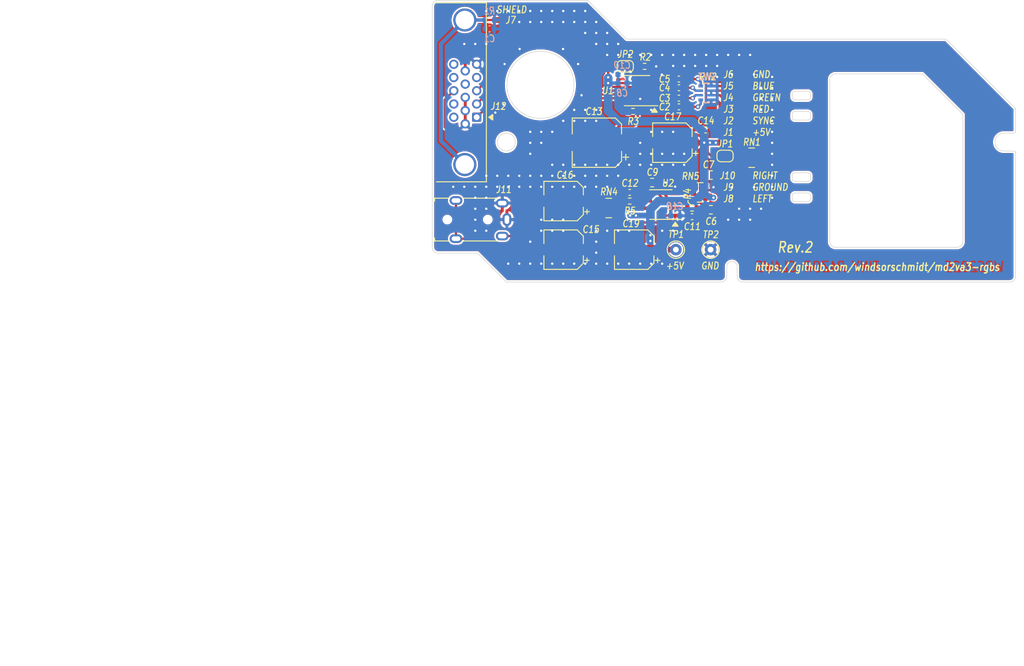
<source format=kicad_pcb>
(kicad_pcb (version 20241229) (generator "pcbnew") (generator_version "9.0")
  (title_block (title "md2va3-rgbs") (date "2025-08-07") (rev "2"))
  (layers (0 "F.Cu" signal) (2 "B.Cu" signal) (13 "F.Paste" user) (15 "B.Paste" user) (5 "F.SilkS" user "F.Silkscreen") (7 "B.SilkS" user "B.Silkscreen") (1 "F.Mask" user) (3 "B.Mask" user) (25 "Edge.Cuts" user))
  (net 0 "")
  (net 1 "/LEFT")
  (net 2 "/RIGHT")
  (net 3 "GND")
  (net 4 "+5V")
  (net 5 "/LEFT_OUT")
  (net 6 "/RIGHT_OUT")
  (net 7 "/SYNC_75")
  (net 8 "/SYNC_TTL")
  (net 9 "/R")
  (net 10 "/G")
  (net 11 "/B")
  (net 12 "GNDPWR")
  (net 13 "/R_OUT")
  (net 14 "/G_OUT")
  (net 15 "/B_OUT")
  (net 16 "Net-(JP1-B)")
  (net 17 "Net-(U1-CH1_OUT)")
  (net 20 "Net-(RN4A-R1.1)")
  (net 21 "Net-(RN4A-R1.2)")
  (net 22 "Net-(JP2-B)")
  (net 25 "Net-(RN2D-R4.2)")
  (net 26 "Net-(RN2C-R3.2)")
  (net 27 "Net-(RN2B-R2.2)")
  (net 28 "Net-(RN2A-R1.2)")
  (net 29 "Net-(RN5A-R1.1)")
  (net 30 "Net-(RN5A-R1.2)")
  (net 33 "Net-(RN4D-R4.1)")
  (net 34 "Net-(RN4D-R4.2)")
  (net 37 "Net-(RN5D-R4.2)")
  (net 38 "Net-(RN5D-R4.1)")
  (net 39 "Net-(RN5B-R2.1)")
  (net 40 "Net-(C13-Pad1)")
  (net 47 "/SYNC_TTL_IN")
  (net 48 "/R_IN")
  (net 49 "/G_IN")
  (net 50 "/B_IN")
  (footprint "win:Artwork_Pin_Marker_Small" (layer "F.Cu") (at 107.32 95.5 -90)
    (property "Reference" "G***" (hide yes))
    (property "Value" "Artwork_Pin_Marker_Small" (hide yes))
  )
  (footprint "Resistor_SMD:R_0603_1608Metric" (layer "F.Cu") (at 133.9 86.7 180)
    (property "Reference" "R2")
    (property "Value" "4.7k")
  )
  (footprint "Connector_Wire:SolderWirePad_1x01_SMD_1x2mm" (layer "F.Cu") (at 150.9 88.1 90)
    (property "Reference" "J6")
    (property "Value" "GND")
  )
  (footprint "TestPoint:TestPoint_Loop_D2.50mm_Drill1.0mm" (layer "F.Cu") (at 139.3 118.4)
    (property "Reference" "TP1")
    (property "Value" "+5V")
  )
  (footprint "Jumper:SolderJumper-2_P1.3mm_Open_RoundedPad1.0x1.5mm" (layer "F.Cu") (at 130.55 86.7)
    (property "Reference" "JP2")
    (property "Value" "LPF")
  )
  (footprint "Capacitor_SMD:C_0603_1608Metric" (layer "F.Cu") (at 139.825 93.7)
    (property "Reference" "C2")
    (property "Value" "100n")
  )
  (footprint "Capacitor_SMD:CP_Elec_8x6.2" (layer "F.Cu") (at 125.65 99.9 180)
    (property "Reference" "C13")
    (property "Value" "220u")
  )
  (footprint "Package_SO:TSSOP-14_4.4x5mm_P0.65mm" (layer "F.Cu") (at 132.5875 90.9 180)
    (property "Reference" "U1")
    (property "Value" "THS7374")
  )
  (footprint "win:Artwork_Pin_Marker_Small" (layer "F.Cu") (at 135.6 94.3 180)
    (property "Reference" "G***" (hide yes))
    (property "Value" "Artwork_Pin_Marker_Small" (hide yes))
  )
  (footprint "Capacitor_SMD:C_0603_1608Metric" (layer "F.Cu") (at 142.1 112.7)
    (property "Reference" "C11")
    (property "Value" "33p")
  )
  (footprint "win:Artwork_Pin_Marker_Small" (layer "F.Cu") (at 139.2 114 180)
    (property "Reference" "G***" (hide yes))
    (property "Value" "Artwork_Pin_Marker_Small" (hide yes))
  )
  (footprint "Jumper:SolderJumper-2_P1.3mm_Open_RoundedPad1.0x1.5mm" (layer "F.Cu") (at 147.8 102.2)
    (property "Reference" "JP1")
    (property "Value" "SYNC_PU")
  )
  (footprint "Connector_Wire:SolderWirePad_1x01_SMD_1x2mm" (layer "F.Cu") (at 150.9 92.1 90)
    (property "Reference" "J4")
    (property "Value" "G")
  )
  (footprint "Connector_Wire:SolderWirePad_1x01_SMD_1x2mm" (layer "F.Cu") (at 150.9 94.1 90)
    (property "Reference" "J3")
    (property "Value" "R")
  )
  (footprint "Capacitor_SMD:C_0603_1608Metric" (layer "F.Cu") (at 144.45 97.7)
    (property "Reference" "C14")
    (property "Value" "100n")
  )
  (footprint "Capacitor_SMD:C_0805_2012Metric" (layer "F.Cu") (at 145.35 105.5 180)
    (property "Reference" "C7")
    (property "Value" "10u")
  )
  (footprint "Connector_Wire:SolderWirePad_1x01_SMD_1x2mm" (layer "F.Cu") (at 150.9 96.1 90)
    (property "Reference" "J2")
    (property "Value" "SYNC_TTL")
  )
  (footprint "Capacitor_SMD:CP_Elec_6.3x5.9" (layer "F.Cu") (at 119.9 118.4 180)
    (property "Reference" "C15")
    (property "Value" "47u")
  )
  (footprint "Connector_Wire:SolderWirePad_1x01_SMD_1x2mm" (layer "F.Cu") (at 150.9 109.6 90)
    (property "Reference" "J8")
    (property "Value" "LEFT")
  )
  (footprint "Connector_Wire:SolderWirePad_1x01_SMD_1x2mm" (layer "F.Cu") (at 108.52 78.685 90)
    (property "Reference" "J7")
    (property "Value" "SHIELD")
  )
  (footprint "Resistor_SMD:R_0603_1608Metric" (layer "F.Cu") (at 142.1 111.2)
    (property "Reference" "R4")
    (property "Value" "300k")
  )
  (footprint "TestPoint:TestPoint_Loop_D2.50mm_Drill1.0mm" (layer "F.Cu") (at 145.3 118.4)
    (property "Reference" "TP2")
    (property "Value" "GND")
  )
  (footprint "Capacitor_SMD:C_0603_1608Metric" (layer "F.Cu") (at 131.325 108.5 180)
    (property "Reference" "C12")
    (property "Value" "33p")
  )
  (footprint "Capacitor_SMD:C_0603_1608Metric" (layer "F.Cu") (at 139.825 88.9)
    (property "Reference" "C5")
    (property "Value" "100n")
  )
  (footprint "Connector_Wire:SolderWirePad_1x01_SMD_1x2mm" (layer "F.Cu") (at 150.9 90.1 90)
    (property "Reference" "J5")
    (property "Value" "B")
  )
  (footprint "win:MountingHole_Zip_Tie" (layer "F.Cu") (at 161 93.5)
    (property "Reference" "MNT2" (hide yes))
    (property "Value" "MOUNT_ZIP_TIE" (hide yes))
    (fp_line (start -1.6 -1.5) (end -1.6 -2) (stroke (width 0.1)) (layer "Edge.Cuts"))
    (fp_line (start -1.6 2) (end -1.6 1.5) (stroke (width 0.1)) (layer "Edge.Cuts"))
    (fp_line (start -1.1 -2.5) (end 1.1 -2.5) (stroke (width 0.1)) (layer "Edge.Cuts"))
    (fp_line (start -1.1 1) (end 1.1 1) (stroke (width 0.1)) (layer "Edge.Cuts"))
    (fp_line (start 1.1 -1) (end -1.1 -1) (stroke (width 0.1)) (layer "Edge.Cuts"))
    (fp_line (start 1.1 2.5) (end -1.1 2.5) (stroke (width 0.1)) (layer "Edge.Cuts"))
    (fp_line (start 1.6 -2) (end 1.6 -1.5) (stroke (width 0.1)) (layer "Edge.Cuts"))
    (fp_line (start 1.6 1.5) (end 1.6 2) (stroke (width 0.1)) (layer "Edge.Cuts"))
    (fp_arc (start -1.6 -2) (mid -1.453553 -2.353553) (end -1.1 -2.5) (stroke (width 0.1)) (layer "Edge.Cuts"))
    (fp_arc (start -1.6 1.5) (mid -1.453553 1.146447) (end -1.1 1) (stroke (width 0.1)) (layer "Edge.Cuts"))
    (fp_arc (start -1.1 -1) (mid -1.453553 -1.146447) (end -1.6 -1.5) (stroke (width 0.1)) (layer "Edge.Cuts"))
    (fp_arc (start -1.1 2.5) (mid -1.453553 2.353553) (end -1.6 2) (stroke (width 0.1)) (layer "Edge.Cuts"))
    (fp_arc (start 1.1 -2.5) (mid 1.453553 -2.353553) (end 1.6 -2) (stroke (width 0.1)) (layer "Edge.Cuts"))
    (fp_arc (start 1.1 1) (mid 1.453553 1.146447) (end 1.6 1.5) (stroke (width 0.1)) (layer "Edge.Cuts"))
    (fp_arc (start 1.6 -1.5) (mid 1.453553 -1.146447) (end 1.1 -1) (stroke (width 0.1)) (layer "Edge.Cuts"))
    (fp_arc (start 1.6 2) (mid 1.453553 2.353553) (end 1.1 2.5) (stroke (width 0.1)) (layer "Edge.Cuts"))
  )
  (footprint "Connector_Wire:SolderWirePad_1x01_SMD_1x2mm" (layer "F.Cu") (at 150.9 98.1 90)
    (property "Reference" "J1")
    (property "Value" "+5V")
  )
  (footprint "Connector_Wire:SolderWirePad_1x01_SMD_1x2mm" (layer "F.Cu") (at 150.9 105.6 90)
    (property "Reference" "J10")
    (property "Value" "RIGHT")
  )
  (footprint "Capacitor_SMD:C_0603_1608Metric" (layer "F.Cu") (at 139.825 90.4)
    (property "Reference" "C4")
    (property "Value" "100n")
  )
  (footprint "Resistor_SMD:R_0603_1608Metric" (layer "F.Cu") (at 131.325 110 180)
    (property "Reference" "R5")
    (property "Value" "300k")
  )
  (footprint "Capacitor_SMD:C_0805_2012Metric" (layer "F.Cu") (at 135.2 106.8)
    (property "Reference" "C9")
    (property "Value" "10u")
  )
  (footprint "win:MountingHole_Zip_Tie" (layer "F.Cu") (at 161 107.6 180)
    (property "Reference" "MNT1" (hide yes))
    (property "Value" "MOUNT_ZIP_TIE" (hide yes))
    (fp_line (start 1.6 1.5) (end 1.6 2) (stroke (width 0.1)) (layer "Edge.Cuts"))
    (fp_line (start 1.6 -2) (end 1.6 -1.5) (stroke (width 0.1)) (layer "Edge.Cuts"))
    (fp_line (start 1.1 2.5) (end -1.1 2.5) (stroke (width 0.1)) (layer "Edge.Cuts"))
    (fp_line (start 1.1 -1) (end -1.1 -1) (stroke (width 0.1)) (layer "Edge.Cuts"))
    (fp_line (start -1.1 1) (end 1.1 1) (stroke (width 0.1)) (layer "Edge.Cuts"))
    (fp_line (start -1.1 -2.5) (end 1.1 -2.5) (stroke (width 0.1)) (layer "Edge.Cuts"))
    (fp_line (start -1.6 2) (end -1.6 1.5) (stroke (width 0.1)) (layer "Edge.Cuts"))
    (fp_line (start -1.6 -1.5) (end -1.6 -2) (stroke (width 0.1)) (layer "Edge.Cuts"))
    (fp_arc (start 1.6 2) (mid 1.453553 2.353553) (end 1.1 2.5) (stroke (width 0.1)) (layer "Edge.Cuts"))
    (fp_arc (start 1.6 -1.5) (mid 1.453553 -1.146447) (end 1.1 -1) (stroke (width 0.1)) (layer "Edge.Cuts"))
    (fp_arc (start 1.1 1) (mid 1.453553 1.146447) (end 1.6 1.5) (stroke (width 0.1)) (layer "Edge.Cuts"))
    (fp_arc (start 1.1 -2.5) (mid 1.453553 -2.353553) (end 1.6 -2) (stroke (width 0.1)) (layer "Edge.Cuts"))
    (fp_arc (start -1.1 2.5) (mid -1.453553 2.353553) (end -1.6 2) (stroke (width 0.1)) (layer "Edge.Cuts"))
    (fp_arc (start -1.1 -1) (mid -1.453553 -1.146447) (end -1.6 -1.5) (stroke (width 0.1)) (layer "Edge.Cuts"))
    (fp_arc (start -1.6 1.5) (mid -1.453553 1.146447) (end -1.1 1) (stroke (width 0.1)) (layer "Edge.Cuts"))
    (fp_arc (start -1.6 -2) (mid -1.453553 -2.353553) (end -1.1 -2.5) (stroke (width 0.1)) (layer "Edge.Cuts"))
  )
  (footprint "Package_SO:SOIC-8_3.9x4.9mm_P1.27mm" (layer "F.Cu") (at 136.7 110.6 180)
    (property "Reference" "U2")
    (property "Value" "TLV9162IDR")
  )
  (footprint "Resistor_SMD:R_0603_1608Metric" (layer "F.Cu") (at 131.9 94.5)
    (property "Reference" "R3")
    (property "Value" "75")
  )
  (footprint "Capacitor_SMD:CP_Elec_6.3x5.9" (layer "F.Cu") (at 138.7 99.9 180)
    (property "Reference" "C17")
    (property "Value" "47u")
  )
  (footprint "Connector_Dsub:DSUB-15-HD_Female_Horizontal_P2.29x1.98mm_EdgePinOffset3.03mm_Housed_MountingHolesOffset4.94mm" (layer "F.Cu") (at 104.88 95.5 -90)
    (property "Reference" "J12")
    (property "Value" "HD15-SN-25")
  )
  (footprint "Resistor_SMD:R_Array_Convex_4x0603" (layer "F.Cu") (at 144.5 91.3 180)
    (property "Reference" "RN2")
    (property "Value" "5.62k")
  )
  (footprint "Resistor_SMD:R_Array_Convex_4x0603" (layer "F.Cu") (at 152.4 102.5 180)
    (property "Reference" "RN1")
    (property "Value" "2.2k")
  )
  (footprint "win:Jack_3.5mm_Tensility_54-00174" (layer "F.Cu") (at 102.3 113.2)
    (property "Reference" "J11")
    (property "Value" "54-00174")
  )
  (footprint "Capacitor_SMD:C_0603_1608Metric" (layer "F.Cu") (at 139.825 92.2)
    (property "Reference" "C3")
    (property "Value" "100n")
  )
  (footprint "Capacitor_SMD:C_0805_2012Metric" (layer "F.Cu") (at 145.35 111.5 180)
    (property "Reference" "C6")
    (property "Value" "10u")
  )
  (footprint "Capacitor_SMD:CP_Elec_6.3x5.9" (layer "F.Cu") (at 119.9 110 180)
    (property "Reference" "C16")
    (property "Value" "47u")
  )
  (footprint "Resistor_SMD:R_Array_Convex_4x0603" (layer "F.Cu") (at 143.5 108.5)
    (property "Reference" "RN5")
    (property "Value" "10k")
  )
  (footprint "Resistor_SMD:R_Array_Convex_4x0603" (layer "F.Cu") (at 127.7 111.2 180)
    (property "Reference" "RN4")
    (property "Value" "330")
  )
  (footprint "Capacitor_SMD:CP_Elec_6.3x5.9" (layer "F.Cu") (at 132.1 118.4 180)
    (property "Reference" "C19")
    (property "Value" "47u")
  )
  (footprint "Connector_Wire:SolderWirePad_1x01_SMD_1x2mm" (layer "F.Cu") (at 150.9 107.6 90)
    (property "Reference" "J9")
    (property "Value" "GND")
  )
  (footprint "Capacitor_SMD:C_0603_1608Metric" (layer "B.Cu") (at 130.075 89.6)
    (property "Reference" "C8")
    (property "Value" "10n")
  )
  (footprint "Capacitor_SMD:C_0603_1608Metric" (layer "B.Cu") (at 130.075 88.1 180)
    (property "Reference" "C10")
    (property "Value" "1u")
  )
  (footprint "Capacitor_SMD:C_0603_1608Metric" (layer "B.Cu") (at 139.2 112.54)
    (property "Reference" "C18")
    (property "Value" "100n")
  )
  (footprint "Resistor_SMD:R_Array_Convex_4x0603" (layer "B.Cu") (at 144.5 91.3)
    (property "Reference" "RN3")
    (property "Value" "1k")
  )
  (footprint "Capacitor_SMD:C_0603_1608Metric" (layer "B.Cu") (at 107.12 80.2 180)
    (property "Reference" "C1")
    (property "Value" "33p")
  )
  (footprint "Resistor_SMD:R_0603_1608Metric" (layer "B.Cu") (at 107.12 78.685 180)
    (property "Reference" "R1")
    (property "Value" "1M")
  )
  (gr_line (start 141.862742 110.6775) (end 141.4 110.214758) (stroke (width 0.18)) (layer "F.SilkS"))
  (gr_line (start 141.4 110.214758) (end 141.4 109.9) (stroke (width 0.18)) (layer "F.SilkS"))
  (gr_line (start 198 101.6) (end 198 123) (stroke (width 0.1)) (layer "Edge.Cuts"))
  (gr_arc (start 197.75 101.35) (mid 197.926777 101.423223) (end 198 101.6) (stroke (width 0.1)) (layer "Edge.Cuts"))
  (gr_circle (center 110 99.8) (end 111.55 99.8) (stroke (width 0.1)) (fill no) (layer "Edge.Cuts"))
  (gr_line (start 148.092893 123) (end 148.092893 121.35) (stroke (width 0.1)) (layer "Edge.Cuts"))
  (gr_line (start 124.1 75.3) (end 130.8 82) (stroke (width 0.1)) (layer "Edge.Cuts"))
  (gr_arc (start 188.9 117) (mid 188.607107 117.707107) (end 187.9 118) (stroke (width 0.1)) (layer "Edge.Cuts"))
  (gr_line (start 187.9 118) (end 166.9 118) (stroke (width 0.1)) (layer "Edge.Cuts"))
  (gr_line (start 181.9 88) (end 188.9 95) (stroke (width 0.1)) (layer "Edge.Cuts"))
  (gr_line (start 188.9 95) (end 188.9 117) (stroke (width 0.1)) (layer "Edge.Cuts"))
  (gr_line (start 186 82) (end 198 94) (stroke (width 0.1)) (layer "Edge.Cuts"))
  (gr_line (start 97.2 118) (end 97.2 76.3) (stroke (width 0.1)) (layer "Edge.Cuts"))
  (gr_arc (start 97.2 76.3) (mid 97.492893 75.592893) (end 98.2 75.3) (stroke (width 0.1)) (layer "Edge.Cuts"))
  (gr_line (start 197 124) (end 150.892893 124) (stroke (width 0.1)) (layer "Edge.Cuts"))
  (gr_line (start 196 101.35) (end 197.75 101.35) (stroke (width 0.1)) (layer "Edge.Cuts"))
  (gr_line (start 197.75 98.25) (end 196 98.25) (stroke (width 0.1)) (layer "Edge.Cuts"))
  (gr_arc (start 148.092893 121.35) (mid 148.992893 120.45) (end 149.892893 121.35) (stroke (width 0.1)) (layer "Edge.Cuts"))
  (gr_line (start 165.9 117) (end 165.9 89) (stroke (width 0.1)) (layer "Edge.Cuts"))
  (gr_arc (start 150.892893 124) (mid 150.185786 123.707107) (end 149.892893 123) (stroke (width 0.1)) (layer "Edge.Cuts"))
  (gr_line (start 105 119) (end 98.2 119) (stroke (width 0.1)) (layer "Edge.Cuts"))
  (gr_line (start 149.892893 123) (end 149.892893 121.35) (stroke (width 0.1)) (layer "Edge.Cuts"))
  (gr_circle (center 115.9 89.9) (end 121.7 89.9) (stroke (width 0.1)) (fill no) (layer "Edge.Cuts"))
  (gr_line (start 98.2 75.3) (end 124.1 75.3) (stroke (width 0.1)) (layer "Edge.Cuts"))
  (gr_arc (start 196 101.35) (mid 194.45 99.8) (end 196 98.25) (stroke (width 0.1)) (layer "Edge.Cuts"))
  (gr_arc (start 148.092893 123) (mid 147.8 123.707107) (end 147.092893 124) (stroke (width 0.1)) (layer "Edge.Cuts"))
  (gr_arc (start 98.2 119) (mid 97.492893 118.707107) (end 97.2 118) (stroke (width 0.1)) (layer "Edge.Cuts"))
  (gr_line (start 198 94) (end 198 98) (stroke (width 0.1)) (layer "Edge.Cuts"))
  (gr_arc (start 198 123) (mid 197.707107 123.707107) (end 197 124) (stroke (width 0.1)) (layer "Edge.Cuts"))
  (gr_line (start 166.9 88) (end 181.9 88) (stroke (width 0.1)) (layer "Edge.Cuts"))
  (gr_line (start 130.8 82) (end 186 82) (stroke (width 0.1)) (layer "Edge.Cuts"))
  (gr_arc (start 165.9 89) (mid 166.192893 88.292893) (end 166.9 88) (stroke (width 0.1)) (layer "Edge.Cuts"))
  (gr_arc (start 198 98) (mid 197.926777 98.176777) (end 197.75 98.25) (stroke (width 0.1)) (layer "Edge.Cuts"))
  (gr_line (start 147.092893 124) (end 110 124) (stroke (width 0.1)) (layer "Edge.Cuts"))
  (gr_arc (start 166.9 118) (mid 166.192893 117.707107) (end 165.9 117) (stroke (width 0.1)) (layer "Edge.Cuts"))
  (gr_line (start 110 124) (end 105 119) (stroke (width 0.1)) (layer "Edge.Cuts"))
  (gr_text "TINY RAZOR CLAWS" (at 174.8 121.4 0) (layer "B.Cu" knockout) (effects (font (size 1.8 1.5) (thickness 0.25) (bold yes) (italic yes)) (justify left mirror)))
  (gr_text "WPS2025" (at 196.3 121.4 0) (layer "B.Cu" knockout) (effects (font (size 1.8 1.5) (thickness 0.25) (bold yes) (italic yes)) (justify left mirror)))
  (gr_text "RIGHT" (at 152.4 105.6 0) (layer "F.SilkS") (effects (font (size 1.2 1) (thickness 0.18) (bold yes) (italic yes)) (justify left)))
  (gr_text "+5V" (at 139.1 121.2 0) (layer "F.SilkS") (effects (font (size 1.2 1) (thickness 0.18) (bold yes) (italic yes))))
  (gr_text "GND" (at 152.4 88.1 0) (layer "F.SilkS") (effects (font (size 1.2 1) (thickness 0.18) (bold yes) (italic yes)) (justify left)))
  (gr_text "GND" (at 145.2 121.2 0) (layer "F.SilkS") (effects (font (size 1.2 1) (thickness 0.18) (bold yes) (italic yes))))
  (gr_text "SHIELD" (at 108.2 76.9 0) (layer "F.SilkS") (effects (font (size 1.2 1) (thickness 0.18) (bold yes) (italic yes)) (justify left)))
  (gr_text "https://github.com/windsorschmidt/md2va3-rgbs" (at 152.8 121.4 0) (layer "F.SilkS") (effects (font (size 1.32 1.1) (thickness 0.22) (bold yes) (italic yes)) (justify left)))
  (gr_text "Rev.${REVISION}" (at 156.7 118 0) (layer "F.SilkS") (effects (font (size 1.8 1.5) (thickness 0.25) (bold yes) (italic yes)) (justify left)))
  (gr_text "GROUND" (at 152.4 107.6 0) (layer "F.SilkS") (effects (font (size 1.2 1) (thickness 0.18) (bold yes) (italic yes)) (justify left)))
  (gr_text "RED" (at 152.4 94.1 0) (layer "F.SilkS") (effects (font (size 1.2 1) (thickness 0.18) (bold yes) (italic yes)) (justify left)))
  (gr_text "LEFT" (at 152.4 109.6 0) (layer "F.SilkS") (effects (font (size 1.2 1) (thickness 0.18) (bold yes) (italic yes)) (justify left)))
  (gr_text "GREEN" (at 152.4 92.1 0) (layer "F.SilkS") (effects (font (size 1.2 1) (thickness 0.18) (bold yes) (italic yes)) (justify left)))
  (gr_text "+5V" (at 152.4 98.1 0) (layer "F.SilkS") (effects (font (size 1.2 1) (thickness 0.18) (bold yes) (italic yes)) (justify left)))
  (gr_text "BLUE" (at 152.4 90.1 0) (layer "F.SilkS") (effects (font (size 1.2 1) (thickness 0.18) (bold yes) (italic yes)) (justify left)))
  (gr_text "SYNC" (at 152.4 96.1 0) (layer "F.SilkS") (effects (font (size 1.2 1) (thickness 0.18) (bold yes) (italic yes)) (justify left)))
  (segment (start 149.1 109.6) (end 148.6 110.1) (width 0.4) (layer "F.Cu") (net 1))
  (segment (start 150.9 109.6) (end 149.1 109.6) (width 0.4) (layer "F.Cu") (net 1))
  (segment (start 153.3 102.9) (end 154.2 102.9) (width 0.4) (layer "F.Cu") (net 1))
  (segment (start 153.404614 109.6) (end 150.9 109.6) (width 0.4) (layer "F.Cu") (net 1))
  (segment (start 154.7 103.4) (end 154.7 108.304614) (width 0.4) (layer "F.Cu") (net 1))
  (segment (start 148.6 110.1) (end 148.6 111) (width 0.4) (layer "F.Cu") (net 1))
  (segment (start 154.2 102.9) (end 154.7 103.4) (width 0.4) (layer "F.Cu") (net 1))
  (segment (start 148.6 111) (end 148.1 111.5) (width 0.4) (layer "F.Cu") (net 1))
  (segment (start 154.7 108.304614) (end 153.404614 109.6) (width 0.4) (layer "F.Cu") (net 1))
  (segment (start 148.1 111.5) (end 146.3 111.5) (width 0.4) (layer "F.Cu") (net 1))
  (segment (start 153.3 104.85) (end 153.3 103.7) (width 0.4) (layer "F.Cu") (net 2))
  (segment (start 146.3 105.5) (end 146.35 105.55) (width 0.4) (layer "F.Cu") (net 2))
  (segment (start 152.6 105.55) (end 153.3 104.85) (width 0.4) (layer "F.Cu") (net 2))
  (segment (start 146.35 105.55) (end 152.6 105.55) (width 0.4) (layer "F.Cu") (net 2))
  (segment (start 139.175 107.5) (end 139.175 108.695) (width 0.34) (layer "F.Cu") (net 3))
  (segment (start 151.5 102.9) (end 151.5 103.7) (width 0.34) (layer "F.Cu") (net 3))
  (segment (start 136.866505 88.121846) (end 136.866505 89.167999) (width 0.34) (layer "F.Cu") (net 3))
  (segment (start 102.9 85.731164) (end 102.9 87.485) (width 0.5) (layer "F.Cu") (net 3))
  (segment (start 136.15 106.8) (end 137.5 106.8) (width 0.34) (layer "F.Cu") (net 3))
  (segment (start 145.3 108.1) (end 144.4 108.1) (width 0.34) (layer "F.Cu") (net 3))
  (segment (start 136.866505 89.167999) (end 136.434504 89.6) (width 0.34) (layer "F.Cu") (net 3))
  (segment (start 134.725 86.7) (end 135.9 86.7) (width 0.34) (layer "F.Cu") (net 3))
  (segment (start 103.221934 85.40923) (end 102.9 85.731164) (width 0.5) (layer "F.Cu") (net 3))
  (segment (start 104.88 86.34) (end 103.94923 85.40923) (width 0.5) (layer "F.Cu") (net 3))
  (segment (start 135.45 90.25) (end 135.45 89.6) (width 0.34) (layer "F.Cu") (net 3))
  (segment (start 139.175 107.575) (end 139.1 107.5) (width 0.34) (layer "F.Cu") (net 3))
  (segment (start 150.9 107.6) (end 149 107.6) (width 0.34) (layer "F.Cu") (net 3))
  (segment (start 136.434504 89.6) (end 135.45 89.6) (width 0.34) (layer "F.Cu") (net 3))
  (segment (start 150.9 107.6) (end 152.8 107.6) (width 0.34) (layer "F.Cu") (net 3))
  (segment (start 145.8 107.6) (end 145.3 108.1) (width 0.34) (layer "F.Cu") (net 3))
  (segment (start 150.9 88.1) (end 152.8 88.1) (width 0.34) (layer "F.Cu") (net 3))
  (segment (start 102.9 94.355) (end 102.9 96.645) (width 0.5) (layer "F.Cu") (net 3))
  (segment (start 103.94923 85.40923) (end 103.221934 85.40923) (width 0.5) (layer "F.Cu") (net 3))
  (segment (start 150.9 88.1) (end 149 88.1) (width 0.34) (layer "F.Cu") (net 3))
  (segment (start 102.9 92.065) (end 102.9 94.355) (width 0.5) (layer "F.Cu") (net 3))
  (via (at 155.935 94.225) (size 0.8) (drill 0.4) (layers "F.Cu" "B.Cu") (net 3))
  (via (at 145.8 107.6) (size 0.8) (drill 0.4) (layers "F.Cu" "B.Cu") (net 3))
  (via (at 146.435 88.525) (size 0.8) (drill 0.4) (layers "F.Cu" "B.Cu") (net 3))
  (via (at 140.735 86.625) (size 0.8) (drill 0.4) (layers "F.Cu" "B.Cu") (net 3))
  (via (at 106.535 111.325) (size 0.8) (drill 0.4) (layers "F.Cu" "B.Cu") (net 3))
  (via (at 138.835 115.125) (size 0.8) (drill 0.4) (layers "F.Cu" "B.Cu") (net 3))
  (via (at 108.435 77.125) (size 0.8) (drill 0.4) (layers "F.Cu" "B.Cu") (net 3))
  (via (at 106.535 77.125) (size 0.8) (drill 0.4) (layers "F.Cu" "B.Cu") (net 3))
  (via (at 106.535 82.825) (size 0.8) (drill 0.4) (layers "F.Cu" "B.Cu") (net 3))
  (via (at 129.335 103.725) (size 0.8) (drill 0.4) (layers "F.Cu" "B.Cu") (net 3))
  (via (at 104.635 111.325) (size 0.8) (drill 0.4) (layers "F.Cu" "B.Cu") (net 3))
  (via (at 133.135 120.825) (size 0.8) (drill 0.4) (layers "F.Cu" "B.Cu") (net 3))
  (via (at 117.935 105.625) (size 0.8) (drill 0.4) (layers "F.Cu" "B.Cu") (net 3))
  (via (at 149 88.1) (size 0.8) (drill 0.4) (layers "F.Cu" "B.Cu") (net 3))
  (via (at 114.135 107.525) (size 0.8) (drill 0.4) (layers "F.Cu" "B.Cu") (net 3))
  (via (at 104.635 115.125) (size 0.8) (drill 0.4) (layers "F.Cu" "B.Cu") (net 3))
  (via (at 135.035 103.725) (size 0.8) (drill 0.4) (layers "F.Cu" "B.Cu") (net 3))
  (via (at 150.235 111.325) (size 0.8) (drill 0.4) (layers "F.Cu" "B.Cu") (net 3))
  (via (at 114.135 117.025) (size 0.8) (drill 0.4) (layers "F.Cu" "B.Cu") (net 3))
  (via (at 125.535 80.925) (size 0.8) (drill 0.4) (layers "F.Cu" "B.Cu") (net 3))
  (via (at 117.935 120.825) (size 0.8) (drill 0.4) (layers "F.Cu" "B.Cu") (net 3))
  (via (at 109.7 86.3) (size 0.8) (drill 0.4) (layers "F.Cu" "B.Cu") (net 3))
  (via (at 116.035 99.925) (size 0.8) (drill 0.4) (layers "F.Cu" "B.Cu") (net 3))
  (via (at 117.935 77.125) (size 0.8) (drill 0.4) (layers "F.Cu" "B.Cu") (net 3))
  (via (at 131.235 120.825) (size 0.8) (drill 0.4) (layers "F.Cu" "B.Cu") (net 3))
  (via (at 100.835 107.525) (size 0.8) (drill 0.4) (layers "F.Cu" "B.Cu") (net 3))
  (via (at 123 91.7) (size 0.8) (drill 0.4) (layers "F.Cu" "B.Cu") (net 3))
  (via (at 127.435 80.925) (size 0.8) (drill 0.4) (layers "F.Cu" "B.Cu") (net 3))
  (via (at 136.935 101.825) (size 0.8) (drill 0.4) (layers "F.Cu" "B.Cu") (net 3))
  (via (at 116.035 79.025) (size 0.8) (drill 0.4) (layers "F.Cu" "B.Cu") (net 3))
  (via (at 108.435 107.525) (size 0.8) (drill 0.4) (layers "F.Cu" "B.Cu") (net 3))
  (via (at 117.935 115.125) (size 0.8) (drill 0.4) (layers "F.Cu" "B.Cu") (net 3))
  (via (at 144.535 84.725) (size 0.8) (drill 0.4) (layers "F.Cu" "B.Cu") (net 3))
  (via (at 116.035 98.025) (size 0.8) (drill 0.4) (layers "F.Cu" "B.Cu") (net 3))
  (via (at 152.8 107.6) (size 0.8) (drill 0.4) (layers "F.Cu" "B.Cu") (net 3))
  (via (at 127.435 105.625) (size 0.8) (drill 0.4) (layers "F.Cu" "B.Cu") (net 3))
  (via (at 117.935 107.525) (size 0.8) (drill 0.4) (layers "F.Cu" "B.Cu") (net 3))
  (via (at 155.935 105.625) (size 0.8) (drill 0.4) (layers "F.Cu" "B.Cu") (net 3))
  (via (at 154.035 90.425) (size 0.8) (drill 0.4) (layers "F.Cu" "B.Cu") (net 3))
  (via (at 121.735 94.225) (size 0.8) (drill 0.4) (layers "F.Cu" "B.Cu") (net 3))
  (via (at 155.935 107.525) (size 0.8) (drill 0.4) (layers "F.Cu" "B.Cu") (net 3))
  (via (at 121.735 107.525) (size 0.8) (drill 0.4) (layers "F.Cu" "B.Cu") (net 3))
  (via (at 138.835 98.025) (size 0.8) (drill 0.4) (layers "F.Cu" "B.Cu") (net 3))
  (via (at 138.835 86.625) (size 0.8) (drill 0.4) (layers "F.Cu" "B.Cu") (net 3))
  (via (at 121.735 103.725) (size 0.8) (drill 0.4) (layers "F.Cu" "B.Cu") (net 3))
  (via (at 114.135 77.125) (size 0.8) (drill 0.4) (layers "F.Cu" "B.Cu") (net 3))
  (via (at 140.735 103.725) (size 0.8) (drill 0.4) (layers "F.Cu" "B.Cu") (net 3))
  (via (at 135.035 98.025) (size 0.8) (drill 0.4) (layers "F.Cu" "B.Cu") (net 3))
  (via (at 127.435 103.725) (size 0.8) (drill 0.4) (layers "F.Cu" "B.Cu") (net 3))
  (via (at 102.735 107.525) (size 0.8) (drill 0.4) (layers "F.Cu" "B.Cu") (net 3))
  (via (at 136.935 115.125) (size 0.8) (drill 0.4) (layers "F.Cu" "B.Cu") (net 3))
  (via (at 136.935 84.725) (size 0.8) (drill 0.4) (layers "F.Cu" "B.Cu") (net 3))
  (via (at 155.935 103.725) (size 0.8) (drill 0.4) (layers "F.Cu" "B.Cu") (net 3))
  (via (at 133.135 99.925) (size 0.8) (drill 0.4) (layers "F.Cu" "B.Cu") (net 3))
  (via (at 135.035 84.725) (size 0.8) (drill 0.4) (layers "F.Cu" "B.Cu") (net 3))
  (via (at 119.8 83.7) (size 0.8) (drill 0.4) (layers "F.Cu" "B.Cu") (net 3))
  (via (at 148.335 113.225) (size 0.8) (drill 0.4) (layers "F.Cu" "B.Cu") (net 3))
  (via (at 154.035 94.225) (size 0.8) (drill 0.4) (layers "F.Cu" "B.Cu") (net 3))
  (via (at 155.935 99.925) (size 0.8) (drill 0.4) (layers "F.Cu" "B.Cu") (net 3))
  (via (at 139.175 107.5) (size 0.8) (drill 0.4) (layers "F.Cu" "B.Cu") (net 3))
  (via (at 127.435 120.825) (size 0.8) (drill 0.4) (layers "F.Cu" "B.Cu") (net 3))
  (via (at 102.735 82.825) (size 0.8) (drill 0.4) (layers "F.Cu" "B.Cu") (net 3))
  (via (at 114.135 79.025) (size 0.8) (drill 0.4) (layers "F.Cu" "B.Cu") (net 3))
  (via (at 137.5 106.8) (size 0.8) (drill 0.4) (layers "F.Cu" "B.Cu") (net 3))
  (via (at 146.435 84.725) (size 0.8) (drill 0.4) (layers "F.Cu" "B.Cu") (net 3))
  (via (at 140.735 101.825) (size 0.8) (drill 0.4) (layers "F.Cu" "B.Cu") (net 3))
  (via (at 155.935 96.125) (size 0.8) (drill 0.4) (layers "F.Cu" "B.Cu") (net 3))
  (via (at 148.335 84.725) (size 0.8) (drill 0.4) (layers "F.Cu" "B.Cu") (net 3))
  (via (at 123.635 105.625) (size 0.8) (drill 0.4) (layers "F.Cu" "B.Cu") (net 3))
  (via (at 136.935 103.725) (size 0.8) (drill 0.4) (layers "F.Cu" "B.Cu") (net 3))
  (via (at 106.535 109.425) (size 0.8) (drill 0.4) (layers "F.Cu" "B.Cu") (net 3))
  (via (at 110.335 120.825) (size 0.8) (drill 0.4) (layers "F.Cu" "B.Cu") (net 3))
  (via (at 121.735 120.825) (size 0.8) (drill 0.4) (layers "F.Cu" "B.Cu") (net 3))
  (via (at 117.935 113.225) (size 0.8) (drill 0.4) (layers "F.Cu" "B.Cu") (net 3))
  (via (at 149 107.6) (size 0.8) (drill 0.4) (layers "F.Cu" "B.Cu") (net 3))
  (via (at 104.635 82.825) (size 0.8) (drill 0.4) (layers "F.Cu" "B.Cu") (net 3))
  (via (at 131.235 84.725) (size 0.8) (drill 0.4) (layers "F.Cu" "B.Cu") (net 3))
  (via (at 123.635 103.725) (size 0.8) (drill 0.4) (layers "F.Cu" "B.Cu") (net 3))
  (via (at 121.735 79.025) (size 0.8) (drill 0.4) (layers "F.Cu" "B.Cu") (net 3))
  (via (at 117.935 103.725) (size 0.8) (drill 0.4) (layers "F.Cu" "B.Cu") (net 3))
  (via (at 125.535 118.925) (size 0.8) (drill 0.4) (layers "F.Cu" "B.Cu") (net 3))
  (via (at 112.235 105.625) (size 0.8) (drill 0.4) (layers "F.Cu" "B.Cu") (net 3))
  (via (at 109.5 93.3) (size 0.8) (drill 0.4) (layers "F.Cu" "B.Cu") (net 3))
  (via (at 136.935 98.025) (size 0.8) (drill 0.4) (layers "F.Cu" "B.Cu") (net 3))
  (via (at 131.235 103.725) (size 0.8) (drill 0.4) (layers "F.Cu" "B.Cu") (net 3))
  (via (at 155.935 92.325) (size 0.8) (drill 0.4) (layers "F.Cu" "B.Cu") (net 3))
  (via (at 116.035 107.525) (size 0.8) (drill 0.4) (layers "F.Cu" "B.Cu") (net 3))
  (via (at 123.635 94.225) (size 0.8) (drill 0.4) (layers "F.Cu" "B.Cu") (net 3))
  (via (at 150.235 84.725) (size 0.8) (drill 0.4) (layers "F.Cu" "B.Cu") (net 3))
  (via (at 123.635 79.025) (size 0.8) (drill 0.4) (layers "F.Cu" "B.Cu") (net 3))
  (via (at 129.335 105.625) (size 0.8) (drill 0.4) (layers "F.Cu" "B.Cu") (net 3))
  (via (at 125.535 82.825) (size 0.8) (drill 0.4) (layers "F.Cu" "B.Cu") (net 3))
  (via (at 112.235 79.025) (size 0.8) (drill 0.4) (layers "F.Cu" "B.Cu") (net 3))
  (via (at 138.835 84.725) (size 0.8) (drill 0.4) (layers "F.Cu" "B.Cu") (net 3))
  (via (at 119.835 77.125) (size 0.8) (drill 0.4) (layers "F.Cu" "B.Cu") (net 3))
  (via (at 116.035 105.625) (size 0.8) (drill 0.4) (layers "F.Cu" "B.Cu") (net 3))
  (via (at 123.635 120.825) (size 0.8) (drill 0.4) (layers "F.Cu" "B.Cu") (net 3))
  (via (at 104.635 107.525) (size 0.8) (drill 0.4) (layers "F.Cu" "B.Cu") (net 3))
  (via (at 135.035 101.825) (size 0.8) (drill 0.4) (layers "F.Cu" "B.Cu") (net 3))
  (via (at 119.835 103.725) (size 0.8) (drill 0.4) (layers "F.Cu" "B.Cu") (net 3))
  (via (at 125.535 105.625) (size 0.8) (drill 0.4) (layers "F.Cu" "B.Cu") (net 3))
  (via (at 114.135 101.825) (size 0.8) (drill 0.4) (layers "F.Cu" "B.Cu") (net 3))
  (via (at 135.9 86.7) (size 0.8) (drill 0.4) (layers "F.Cu" "B.Cu") (net 3))
  (via (at 123.635 80.925) (size 0.8) (drill 0.4) (layers "F.Cu" "B.Cu") (net 3))
  (via (at 154.035 92.325) (size 0.8) (drill 0.4) (layers "F.Cu" "B.Cu") (net 3))
  (via (at 108.1 94.7) (size 0.8) (drill 0.4) (layers "F.Cu" "B.Cu") (net 3))
  (via (at 119.835 115.125) (size 0.8) (drill 0.4) (layers "F.Cu" "B.Cu") (net 3))
  (via (at 125.535 96.125) (size 0.8) (drill 0.4) (layers "F.Cu" "B.Cu") (net 3))
  (via (at 152.8 88.1) (size 0.8) (drill 0.4) (layers "F.Cu" "B.Cu") (net 3))
  (via (at 112.235 120.825) (size 0.8) (drill 0.4) (layers "F.Cu" "B.Cu") (net 3))
  (via (at 119.835 107.525) (size 0.8) (drill 0.4) (layers "F.Cu" "B.Cu") (net 3))
  (via (at 152.135 113.225) (size 0.8) (drill 0.4) (layers "F.Cu" "B.Cu") (net 3))
  (via (at 142.635 84.725) (size 0.8) (drill 0.4) (layers "F.Cu" "B.Cu") (net 3))
  (via (at 119.835 120.825) (size 0.8) (drill 0.4) (layers "F.Cu" "B.Cu") (net 3))
  (via (at 152.135 84.725) (size 0.8) (drill 0.4) (layers "F.Cu" "B.Cu") (net 3))
  (via (at 116.035 113.225) (size 0.8) (drill 0.4) (layers "F.Cu" "B.Cu") (net 3))
  (via (at 125.535 79.025) (size 0.8) (drill 0.4) (layers "F.Cu" "B.Cu") (net 3))
  (via (at 110.335 107.525) (size 0.8) (drill 0.4) (layers "F.Cu" "B.Cu") (net 3))
  (via (at 142.635 86.625) (size 0.8) (drill 0.4) (layers "F.Cu" "B.Cu") (net 3))
  (via (at 129.335 115.125) (size 0.8) (drill 0.4) (layers "F.Cu" "B.Cu") (net 3))
  (via (at 110.335 105.625) (size 0.8) (drill 0.4) (layers "F.Cu" "B.Cu") (net 3))
  (via (at 155.935 109.425) (size 0.8) (drill 0.4) (layers "F.Cu" "B.Cu") (net 3))
  (via (at 136.935 120.825) (size 0.8) (drill 0.4) (layers "F.Cu" "B.Cu") (net 3))
  (via (at 138.835 103.725) (size 0.8) (drill 0.4) (layers "F.Cu" "B.Cu") (net 3))
  (via (at 127.435 82.825) (size 0.8) (drill 0.4) (layers "F.Cu" "B.Cu") (net 3))
  (via (at 140.735 84.725) (size 0.8) (drill 0.4) (layers "F.Cu" "B.Cu") (net 3))
  (via (at 127.435 84.725) (size 0.8) (drill 0.4) (layers "F.Cu" "B.Cu") (net 3))
  (via (at 138.835 101.825) (size 0.8) (drill 0.4) (layers "F.Cu" "B.Cu") (net 3))
  (via (at 119.835 105.625) (size 0.8) (drill 0.4) (layers "F.Cu" "B.Cu") (net 3))
  (via (at 108.435 105.625) (size 0.8) (drill 0.4) (layers "F.Cu" "B.Cu") (net 3))
  (via (at 116.035 115.125) (size 0.8) (drill 0.4) (layers "F.Cu" "B.Cu") (net 3))
  (via (at 155.935 88.525) (size 0.8) (drill 0.4) (layers "F.Cu" "B.Cu") (net 3))
  (via (at 119.835 113.225) (size 0.8) (drill 0.4) (layers "F.Cu" "B.Cu") (net 3))
  (via (at 106.535 105.625) (size 0.8) (drill 0.4) (layers "F.Cu" "B.Cu") (net 3))
  (via (at 112.235 77.125) (size 0.8) (drill 0.4) (layers "F.Cu" "B.Cu") (net 3))
  (via (at 155.935 98.025) (size 0.8) (drill 0.4) (layers "F.Cu" "B.Cu") (net 3))
  (via (at 112.3 83.7) (size 0.8) (drill 0.4) (layers "F.Cu" "B.Cu") (net 3))
  (via (at 123.635 96.125) (size 0.8) (drill 0.4) (layers "F.Cu" "B.Cu") (net 3))
  (via (at 119.835 79.025) (size 0.8) (drill 0.4) (layers "F.Cu" "B.Cu") (net 3))
  (via (at 136.866505 88.121846) (size 0.8) (drill 0.4) (layers "F.Cu" "B.Cu") (net 3))
  (via (at 144.535 86.625) (size 0.8) (drill 0.4) (layers "F.Cu" "B.Cu") (net 3))
  (via (at 125.535 94.225) (size 0.8) (drill 0.4) (layers "F.Cu" "B.Cu") (net 3))
  (via (at 116.035 77.125) (size 0.8) (drill 0.4) (layers "F.Cu" "B.Cu") (net 3))
  (via (at 125.535 120.825) (size 0.8) (drill 0.4) (layers "F.Cu" "B.Cu") (net 3))
  (via (at 131.235 115.125) (size 0.8) (drill 0.4) (layers "F.Cu" "B.Cu") (net 3))
  (via (at 155.935 101.825) (size 0.8) (drill 0.4) (layers "F.Cu" "B.Cu") (net 3))
  (via (at 150.235 113.225) (size 0.8) (drill 0.4) (layers "F.Cu" "B.Cu") (net 3))
  (via (at 106.535 107.525) (size 0.8) (drill 0.4) (layers "F.Cu" "B.Cu") (net 3))
  (via (at 104.635 109.425) (size 0.8) (drill 0.4) (layers "F.Cu" "B.Cu") (net 3))
  (via (at 127.435 115.125) (size 0.8) (drill 0.4) (layers "F.Cu" "B.Cu") (net 3))
  (via (at 110.335 77.125) (size 0.8) (drill 0.4) (layers "F.Cu" "B.Cu") (net 3))
  (via (at 135.035 94.225) (size 0.8) (drill 0.4) (layers "F.Cu" "B.Cu") (net 3))
  (via (at 114.135 105.625) (size 0.8) (drill 0.4) (layers "F.Cu" "B.Cu") (net 3))
  (via (at 125.535 103.725) (size 0.8) (drill 0.4) (layers "F.Cu" "B.Cu") (net 3))
  (via (at 116.035 120.825) (size 0.8) (drill 0.4) (layers "F.Cu" "B.Cu") (net 3))
  (via (at 123.635 107.525) (size 0.8) (drill 0.4) (layers "F.Cu" "B.Cu") (net 3))
  (via (at 122.4 86.3) (size 0.8) (drill 0.4) (layers "F.Cu" "B.Cu") (net 3))
  (via (at 114.135 120.825) (size 0.8) (drill 0.4) (layers "F.Cu" "B.Cu") (net 3))
  (via (at 129.335 84.725) (size 0.8) (drill 0.4) (layers "F.Cu" "B.Cu") (net 3))
  (via (at 133.135 103.725) (size 0.8) (drill 0.4) (layers "F.Cu" "B.Cu") (net 3))
  (via (at 135.035 120.825) (size 0.8) (drill 0.4) (layers "F.Cu" "B.Cu") (net 3))
  (via (at 127.435 107.525) (size 0.8) (drill 0.4) (layers "F.Cu" "B.Cu") (net 3))
  (via (at 117.935 98.025) (size 0.8) (drill 0.4) (layers "F.Cu" "B.Cu") (net 3))
  (via (at 146.435 86.625) (size 0.8) (drill 0.4) (layers "F.Cu" "B.Cu") (net 3))
  (via (at 104.635 113.225) (size 0.8) (drill 0.4) (layers "F.Cu" "B.Cu") (net 3))
  (via (at 154.035 111.325) (size 0.8) (drill 0.4) (layers "F.Cu" "B.Cu") (net 3))
  (via (at 117.935 79.025) (size 0.8) (drill 0.4) (layers "F.Cu" "B.Cu") (net 3))
  (via (at 129.335 82.825) (size 0.8) (drill 0.4) (layers "F.Cu" "B.Cu") (net 3))
  (via (at 125.535 117.025) (size 0.8) (drill 0.4) (layers "F.Cu" "B.Cu") (net 3))
  (via (at 106.535 115.125) (size 0.8) (drill 0.4) (layers "F.Cu" "B.Cu") (net 3))
  (via (at 152.135 111.325) (size 0.8) (drill 0.4) (layers "F.Cu" "B.Cu") (net 3))
  (via (at 121.735 96.125) (size 0.8) (drill 0.4) (layers "F.Cu" "B.Cu") (net 3))
  (via (at 129.335 120.825) (size 0.8) (drill 0.4) (layers "F.Cu" "B.Cu") (net 3))
  (via (at 133.135 84.725) (size 0.8) (drill 0.4) (layers "F.Cu" "B.Cu") (net 3))
  (via (at 133.135 101.825) (size 0.8) (drill 0.4) (layers "F.Cu" "B.Cu") (net 3))
  (via (at 133.135 92.325) (size 0.8) (drill 0.4) (layers "F.Cu" "B.Cu") (net 3))
  (via (at 112.235 107.525) (size 0.8) (drill 0.4) (layers "F.Cu" "B.Cu") (net 3))
  (via (at 125.535 107.525) (size 0.8) (drill 0.4) (layers "F.Cu" "B.Cu") (net 3))
  (via (at 114.135 98.025) (size 0.8) (drill 0.4) (layers "F.Cu" "B.Cu") (net 3))
  (via (at 121.735 105.625) (size 0.8) (drill 0.4) (layers "F.Cu" "B.Cu") (net 3))
  (via (at 125.535 115.125) (size 0.8) (drill 0.4) (layers "F.Cu" "B.Cu") (net 3))
  (via (at 123.635 77.125) (size 0.8) (drill 0.4) (layers "F.Cu" "B.Cu") (net 3))
  (via (at 119.835 96.125) (size 0.8) (drill 0.4) (layers "F.Cu" "B.Cu") (net 3))
  (via (at 114.135 99.925) (size 0.8) (drill 0.4) (layers "F.Cu" "B.Cu") (net 3))
  (via (at 121.735 77.125) (size 0.8) (drill 0.4) (layers "F.Cu" "B.Cu") (net 3))
  (via (at 155.935 90.425) (size 0.8) (drill 0.4) (layers "F.Cu" "B.Cu") (net 3))
  (segment (start 107.945 80.15) (end 107.895 80.2) (width 0.4) (layer "B.Cu") (net 3))
  (segment (start 107.945 78.685) (end 107.945 80.15) (width 0.4) (layer "B.Cu") (net 3))
  (segment (start 150.9 98.1) (end 148.6 98.1) (width 1) (layer "F.Cu") (net 4))
  (segment (start 141.5 98.4) (end 141.5 99.9) (width 0.5) (layer "F.Cu") (net 4))
  (segment (start 134.9 118.4) (end 134.9 115.9) (width 1) (layer "F.Cu") (net 4))
  (segment (start 134.9 118.4) (end 139.3 118.4) (width 1) (layer "F.Cu") (net 4))
  (segment (start 145.8 109.4) (end 145.3 108.9) (width 0.4) (layer "F.Cu") (net 4))
  (segment (start 128.25 90.25) (end 129.725 90.25) (width 0.4) (layer "F.Cu") (net 4))
  (segment (start 127.6 88.6) (end 127.6 87.4) (width 0.4) (layer "F.Cu") (net 4))
  (segment (start 127.6 88.6) (end 127.6 89.6) (width 1) (layer "F.Cu") (net 4))
  (segment (start 145.3 108.9) (end 144.4 108.9) (width 0.4) (layer "F.Cu") (net 4))
  (segment (start 145.4 102.2) (end 144.8 101.6) (width 0.4) (layer "F.Cu") (net 4))
  (segment (start 144.8 101.6) (end 144.8 99.9) (width 0.4) (layer "F.Cu") (net 4))
  (segment (start 128.3 86.7) (end 129.9 86.7) (width 0.4) (layer "F.Cu") (net 4))
  (segment (start 146.8 99.9) (end 141.5 99.9) (width 1) (layer "F.Cu") (net 4))
  (segment (start 131.405 112.505) (end 132.4 112.505) (width 1) (layer "F.Cu") (net 4))
  (segment (start 147.15 102.2) (end 145.4 102.2) (width 0.4) (layer "F.Cu") (net 4))
  (segment (start 132.4 112.505) (end 134.225 112.505) (width 0.6) (layer "F.Cu") (net 4))
  (segment (start 127.6 89.6) (end 128.25 90.25) (width 0.4) (layer "F.Cu") (net 4))
  (segment (start 142.2 97.7) (end 141.5 98.4) (width 0.5) (layer "F.Cu") (net 4))
  (segment (start 143.675 97.7) (end 142.2 97.7) (width 0.5) (layer "F.Cu") (net 4))
  (segment (start 127.6 87.4) (end 128.3 86.7) (width 0.4) (layer "F.Cu") (net 4))
  (segment (start 148.6 98.1) (end 146.8 99.9) (width 1) (layer "F.Cu") (net 4))
  (via (at 145.2 99.9) (size 0.8) (drill 0.4) (layers "F.Cu" "B.Cu") (net 4))
  (via (at 127.6 88.6) (size 0.8) (drill 0.4) (layers "F.Cu" "B.Cu") (net 4))
  (via (at 146.2 99.9) (size 0.8) (drill 0.4) (layers "F.Cu" "B.Cu") (net 4))
  (via (at 145.8 109.4) (size 0.8) (drill 0.4) (layers "F.Cu" "B.Cu") (net 4))
  (via (at 131.4 112.5) (size 0.8) (drill 0.4) (layers "F.Cu" "B.Cu") (net 4))
  (via (at 134.9 116.9) (size 0.8) (drill 0.4) (layers "F.Cu" "B.Cu") (net 4))
  (via (at 134.9 115.9) (size 0.8) (drill 0.4) (layers "F.Cu" "B.Cu") (net 4))
  (via (at 127.6 89.6) (size 0.8) (drill 0.4) (layers "F.Cu" "B.Cu") (net 4))
  (via (at 132.4 112.505) (size 0.8) (drill 0.4) (layers "F.Cu" "B.Cu") (net 4))
  (via (at 144.2 99.9) (size 0.8) (drill 0.4) (layers "F.Cu" "B.Cu") (net 4))
  (segment (start 131.4 112.5) (end 134.9 112.5) (width 1) (layer "B.Cu") (net 4))
  (segment (start 134.9 111.4) (end 136.3 110) (width 1.5) (layer "B.Cu") (net 4))
  (segment (start 144.2 108.469984) (end 144.2 98.218681) (width 1.5) (layer "B.Cu") (net 4))
  (segment (start 129.405326 96.2) (end 127.6 94.394674) (width 1.5) (layer "B.Cu") (net 4))
  (segment (start 129.3 89.6) (end 127.6 89.6) (width 0.6) (layer "B.Cu") (net 4))
  (segment (start 134.9 116.9) (end 134.9 111.4) (width 1.5) (layer "B.Cu") (net 4))
  (segment (start 146.2 99.9) (end 144.2 99.9) (width 1) (layer "B.Cu") (net 4))
  (segment (start 142.181319 96.2) (end 129.405326 96.2) (width 1.5) (layer "B.Cu") (net 4))
  (segment (start 138.425 110.025) (end 138.4 110) (width 0.6) (layer "B.Cu") (net 4))
  (segment (start 145.09686 109.4) (end 145.8 109.4) (width 1) (layer "B.Cu") (net 4))
  (segment (start 144.183422 108.486562) (end 144.2 108.469984) (width 1.5) (layer "B.Cu") (net 4))
  (segment (start 144.183422 108.486562) (end 145.09686 109.4) (width 1) (layer "B.Cu") (net 4))
  (segment (start 136.3 110) (end 138.4 110) (width 1.5) (layer "B.Cu") (net 4))
  (segment (start 138.425 112.54) (end 138.425 110.025) (width 0.6) (layer "B.Cu") (net 4))
  (segment (start 129.3 89.6) (end 129.3 88.1) (width 0.4) (layer "B.Cu") (net 4))
  (segment (start 127.6 94.394674) (end 127.6 88.7) (width 1.5) (layer "B.Cu") (net 4))
  (segment (start 144.183422 108.486562) (end 142.669984 110) (width 1.5) (layer "B.Cu") (net 4))
  (segment (start 142.669984 110) (end 138.4 110) (width 1.5) (layer "B.Cu") (net 4))
  (segment (start 144.2 98.218681) (end 142.181319 96.2) (width 1.5) (layer "B.Cu") (net 4))
  (segment (start 107.9 118.4) (end 106 116.5) (width 0.4) (layer "F.Cu") (net 5))
  (segment (start 101.3 109.9) (end 101.3 116.5) (width 0.4) (layer "F.Cu") (net 5))
  (segment (start 106 116.5) (end 101.3 116.5) (width 0.4) (layer "F.Cu") (net 5))
  (segment (start 117.1 118.4) (end 107.9 118.4) (width 0.4) (layer "F.Cu") (net 5))
  (segment (start 111.8 116.05) (end 109.3 116.05) (width 0.4) (layer "F.Cu") (net 6))
  (segment (start 112.75 115.1) (end 111.8 116.05) (width 0.4) (layer "F.Cu") (net 6))
  (segment (start 112.75 111.25) (end 112.75 115.1) (width 0.4) (layer "F.Cu") (net 6))
  (segment (start 114 110) (end 112.75 111.25) (width 0.4) (layer "F.Cu") (net 6))
  (segment (start 117.1 110) (end 114 110) (width 0.4) (layer "F.Cu") (net 6))
  (segment (start 99.344683 92.495317) (end 100.92 90.92) (width 0.4) (layer "F.Cu") (net 7))
  (segment (start 118.5 99.9) (end 114.7 103.7) (width 0.4) (layer "F.Cu") (net 7))
  (segment (start 122.6 99.9) (end 118.5 99.9) (width 0.4) (layer "F.Cu") (net 7))
  (segment (start 108.12 103.7) (end 103.62 99.2) (width 0.4) (layer "F.Cu") (net 7))
  (segment (start 114.7 103.7) (end 108.12 103.7) (width 0.4) (layer "F.Cu") (net 7))
  (segment (start 101.37 99.2) (end 99.344683 97.174683) (width 0.4) (layer "F.Cu") (net 7))
  (segment (start 103.62 99.2) (end 101.37 99.2) (width 0.4) (layer "F.Cu") (net 7))
  (segment (start 99.344683 97.174683) (end 99.344683 92.495317) (width 0.4) (layer "F.Cu") (net 7))
  (segment (start 152.649758 96.1) (end 150.9 96.1) (width 0.4) (layer "F.Cu") (net 8))
  (segment (start 148.172197 96.1) (end 146.881318 94.809121) (width 0.4) (layer "F.Cu") (net 8))
  (segment (start 153.3 101.3) (end 153.3 96.750242) (width 0.4) (layer "F.Cu") (net 8))
  (segment (start 153.3 96.750242) (end 152.649758 96.1) (width 0.4) (layer "F.Cu") (net 8))
  (segment (start 146.881318 94.809121) (end 146.881318 92.997267) (width 0.4) (layer "F.Cu") (net 8))
  (segment (start 146.384051 92.5) (end 145.4 92.5) (width 0.4) (layer "F.Cu") (net 8))
  (segment (start 146.881318 92.997267) (end 146.384051 92.5) (width 0.4) (layer "F.Cu") (net 8))
  (segment (start 150.9 96.1) (end 148.172197 96.1) (width 0.4) (layer "F.Cu") (net 8))
  (segment (start 150.9 94.1) (end 148.4 94.1) (width 0.4) (layer "F.Cu") (net 9))
  (segment (start 147.8 93.5) (end 147.8 92.6) (width 0.4) (layer "F.Cu") (net 9))
  (segment (start 147.8 92.6) (end 146.9 91.7) (width 0.4) (layer "F.Cu") (net 9))
  (segment (start 146.9 91.7) (end 145.4 91.7) (width 0.4) (layer "F.Cu") (net 9))
  (segment (start 148.4 94.1) (end 147.8 93.5) (width 0.4) (layer "F.Cu") (net 9))
  (segment (start 148.7 92.1) (end 150.9 92.1) (width 0.4) (layer "F.Cu") (net 10))
  (segment (start 147.5 90.9) (end 148.7 92.1) (width 0.4) (layer "F.Cu") (net 10))
  (segment (start 145.4 90.9) (end 147.5 90.9) (width 0.4) (layer "F.Cu") (net 10))
  (segment (start 145.4 90.1) (end 150.9 90.1) (width 0.4) (layer "F.Cu") (net 11))
  (segment (start 108.52 78.685) (end 102.83 78.685) (width 0.4) (layer "F.Cu") (net 12))
  (segment (start 106.295 80.15) (end 106.345 80.2) (width 0.4) (layer "B.Cu") (net 12))
  (segment (start 106.295 78.685) (end 106.295 80.15) (width 0.4) (layer "B.Cu") (net 12))
  (segment (start 98.7 82.815) (end 98.7 99.555) (width 0.7) (layer "B.Cu") (net 12))
  (segment (start 98.7 99.555) (end 102.83 103.685) (width 0.7) (layer "B.Cu") (net 12))
  (segment (start 102.83 78.685) (end 98.7 82.815) (width 0.7) (layer "B.Cu") (net 12))
  (segment (start 106.295 78.685) (end 102.83 78.685) (width 0.6) (layer "B.Cu") (net 12))
  (segment (start 108 92.38) (end 108 85.815908) (width 0.4) (layer "F.Cu") (net 13))
  (segment (start 104.88 95.5) (end 108 92.38) (width 0.4) (layer "F.Cu") (net 13))
  (segment (start 120.224437 82.4) (end 123.6 85.775563) (width 0.4) (layer "F.Cu") (net 13))
  (segment (start 111.415908 82.4) (end 120.224437 82.4) (width 0.4) (layer "F.Cu") (net 13))
  (segment (start 123.6 90.310192) (end 125.499808 92.21) (width 0.4) (layer "F.Cu") (net 13))
  (segment (start 123.6 85.775563) (end 123.6 90.310192) (width 0.4) (layer "F.Cu") (net 13))
  (segment (start 125.499808 92.21) (end 129.445761 92.21) (width 0.4) (layer "F.Cu") (net 13))
  (segment (start 108 85.815908) (end 111.415908 82.4) (width 0.4) (layer "F.Cu") (net 13))
  (segment (start 120.514387 81.7) (end 124.3 85.485614) (width 0.4) (layer "F.Cu") (net 14))
  (segment (start 111.125959 81.7) (end 120.514387 81.7) (width 0.4) (layer "F.Cu") (net 14))
  (segment (start 124.3 90.020242) (end 125.829758 91.55) (width 0.4) (layer "F.Cu") (net 14))
  (segment (start 125.829758 91.55) (end 129.725 91.55) (width 0.4) (layer "F.Cu") (net 14))
  (segment (start 104.88 93.21) (end 107.3 90.79) (width 0.4) (layer "F.Cu") (net 14))
  (segment (start 107.3 85.525958) (end 111.125959 81.7) (width 0.4) (layer "F.Cu") (net 14))
  (segment (start 107.3 90.79) (end 107.3 85.525958) (width 0.4) (layer "F.Cu") (net 14))
  (segment (start 124.3 85.485614) (end 124.3 90.020242) (width 0.4) (layer "F.Cu") (net 14))
  (segment (start 104.88 90.92) (end 106.6 89.2) (width 0.4) (layer "F.Cu") (net 15))
  (segment (start 120.804337 81) (end 125 85.195665) (width 0.4) (layer "F.Cu") (net 15))
  (segment (start 106.6 89.2) (end 106.6 85.236008) (width 0.4) (layer "F.Cu") (net 15))
  (segment (start 106.6 85.236008) (end 110.83601 81) (width 0.4) (layer "F.Cu") (net 15))
  (segment (start 110.83601 81) (end 120.804337 81) (width 0.4) (layer "F.Cu") (net 15))
  (segment (start 125 89.730292) (end 126.159708 90.89) (width 0.4) (layer "F.Cu") (net 15))
  (segment (start 126.159708 90.89) (end 129.715 90.89) (width 0.4) (layer "F.Cu") (net 15))
  (segment (start 125 85.195665) (end 125 89.730292) (width 0.4) (layer "F.Cu") (net 15))
  (segment (start 150.5 101.3) (end 149.6 102.2) (width 0.34) (layer "F.Cu") (net 16))
  (segment (start 149.6 102.2) (end 148.45 102.2) (width 0.34) (layer "F.Cu") (net 16))
  (segment (start 151.5 101.3) (end 150.5 101.3) (width 0.34) (layer "F.Cu") (net 16))
  (segment (start 131.075 93.192978) (end 131.075 94.5) (width 0.4) (layer "F.Cu") (net 17))
  (segment (start 130.732022 92.85) (end 131.075 93.192978) (width 0.4) (layer "F.Cu") (net 17))
  (segment (start 129.725 92.85) (end 130.732022 92.85) (width 0.4) (layer "F.Cu") (net 17))
  (segment (start 142.925 112.65) (end 142.875 112.7) (width 0.4) (layer "F.Cu") (net 20))
  (segment (start 136.3 113.7) (end 137.495 112.505) (width 0.4) (layer "F.Cu") (net 20))
  (segment (start 129.6 112.4) (end 130.9 113.7) (width 0.4) (layer "F.Cu") (net 20))
  (segment (start 139.175 113.374516) (end 139.700484 113.9) (width 0.4) (layer "F.Cu") (net 20))
  (segment (start 142.925 111.2) (end 142.925 112.65) (width 0.4) (layer "F.Cu") (net 20))
  (segment (start 142.4 113.9) (end 142.875 113.425) (width 0.4) (layer "F.Cu") (net 20))
  (segment (start 142.875 113.425) (end 142.875 112.7) (width 0.4) (layer "F.Cu") (net 20))
  (segment (start 130.9 113.7) (end 136.3 113.7) (width 0.4) (layer "F.Cu") (net 20))
  (segment (start 139.175 112.505) (end 139.175 113.374516) (width 0.4) (layer "F.Cu") (net 20))
  (segment (start 128.6 112.4) (end 129.6 112.4) (width 0.4) (layer "F.Cu") (net 20))
  (segment (start 137.495 112.505) (end 139.175 112.505) (width 0.4) (layer "F.Cu") (net 20))
  (segment (start 139.700484 113.9) (end 142.4 113.9) (width 0.4) (layer "F.Cu") (net 20))
  (segment (start 122.7 118.4) (end 122.7 114.5) (width 0.4) (layer "F.Cu") (net 21))
  (segment (start 122.7 114.5) (end 124.8 112.4) (width 0.4) (layer "F.Cu") (net 21))
  (segment (start 124.8 112.4) (end 126.8 112.4) (width 0.4) (layer "F.Cu") (net 21))
  (segment (start 133.075 86.7) (end 133.075 88.581451) (width 0.34) (layer "F.Cu") (net 22))
  (segment (start 131.2 86.7) (end 133.075 86.7) (width 0.34) (layer "F.Cu") (net 22))
  (segment (start 133.075 88.581451) (end 132.056451 89.6) (width 0.34) (layer "F.Cu") (net 22))
  (segment (start 132.056451 89.6) (end 129.725 89.6) (width 0.34) (layer "F.Cu") (net 22))
  (segment (start 143.6 89.4) (end 143.1 88.9) (width 0.4) (layer "F.Cu") (net 25))
  (segment (start 140.6 88.9) (end 143.1 88.9) (width 0.4) (layer "F.Cu") (net 25))
  (segment (start 143.6 90.1) (end 143.6 89.4) (width 0.4) (layer "F.Cu") (net 25))
  (via (at 143.1 88.9) (size 0.8) (drill 0.4) (layers "F.Cu" "B.Cu") (net 25))
  (segment (start 143.6 89.4) (end 143.1 88.9) (width 0.4) (layer "B.Cu") (net 25))
  (segment (start 143.6 90.1) (end 143.6 89.4) (width 0.4) (layer "B.Cu") (net 25))
  (segment (start 142.7 90.9) (end 142.2 90.4) (width 0.4) (layer "F.Cu") (net 26))
  (segment (start 140.6 90.4) (end 142.2 90.4) (width 0.4) (layer "F.Cu") (net 26))
  (segment (start 143.6 90.9) (end 142.7 90.9) (width 0.4) (layer "F.Cu") (net 26))
  (via (at 142.2 90.4) (size 0.8) (drill 0.4) (layers "F.Cu" "B.Cu") (net 26))
  (segment (start 142.7 90.9) (end 143.6 90.9) (width 0.4) (layer "B.Cu") (net 26))
  (segment (start 142.2 90.4) (end 142.7 90.9) (width 0.4) (layer "B.Cu") (net 26))
  (segment (start 140.6 92.2) (end 142.2 92.2) (width 0.4) (layer "F.Cu") (net 27))
  (segment (start 143.6 91.7) (end 142.7 91.7) (width 0.4) (layer "F.Cu") (net 27))
  (segment (start 142.7 91.7) (end 142.2 92.2) (width 0.4) (layer "F.Cu") (net 27))
  (via (at 142.2 92.2) (size 0.8) (drill 0.4) (layers "F.Cu" "B.Cu") (net 27))
  (segment (start 142.7 91.7) (end 143.6 91.7) (width 0.4) (layer "B.Cu") (net 27))
  (segment (start 142.2 92.2) (end 142.7 91.7) (width 0.4) (layer "B.Cu") (net 27))
  (segment (start 143.6 93.2) (end 143.1 93.7) (width 0.4) (layer "F.Cu") (net 28))
  (segment (start 143.6 92.5) (end 143.6 93.2) (width 0.4) (layer "F.Cu") (net 28))
  (segment (start 140.6 93.7) (end 143.1 93.7) (width 0.4) (layer "F.Cu") (net 28))
  (via (at 143.1 93.7) (size 0.8) (drill 0.4) (layers "F.Cu" "B.Cu") (net 28))
  (segment (start 143.6 93.2) (end 143.1 93.7) (width 0.4) (layer "B.Cu") (net 28))
  (segment (start 143.6 92.5) (end 143.6 93.2) (width 0.4) (layer "B.Cu") (net 28))
  (segment (start 132.1 108.5) (end 132.1 106.2) (width 0.4) (layer "F.Cu") (net 29))
  (segment (start 133 105.3) (end 139.4 105.3) (width 0.4) (layer "F.Cu") (net 29))
  (segment (start 132.15 110) (end 132.15 108.55) (width 0.4) (layer "F.Cu") (net 29))
  (segment (start 134.225 109.965) (end 132.185 109.965) (width 0.4) (layer "F.Cu") (net 29))
  (segment (start 132.185 109.965) (end 132.15 110) (width 0.4) (layer "F.Cu") (net 29))
  (segment (start 132.1 106.2) (end 133 105.3) (width 0.4) (layer "F.Cu") (net 29))
  (segment (start 139.4 105.3) (end 141.4 107.3) (width 0.4) (layer "F.Cu") (net 29))
  (segment (start 141.4 107.3) (end 142.6 107.3) (width 0.4) (layer "F.Cu") (net 29))
  (segment (start 132.15 108.55) (end 132.1 108.5) (width 0.4) (layer "F.Cu") (net 29))
  (segment (start 144.4 107.3) (end 144.4 105.5) (width 0.4) (layer "F.Cu") (net 30))
  (segment (start 130.5 108.55) (end 130.55 108.5) (width 0.4) (layer "F.Cu") (net 33))
  (segment (start 130.835 111.235) (end 130.5 110.9) (width 0.4) (layer "F.Cu") (net 33))
  (segment (start 134.225 111.235) (end 130.835 111.235) (width 0.4) (layer "F.Cu") (net 33))
  (segment (start 130.5 110) (end 128.6 110) (width 0.4) (layer "F.Cu") (net 33))
  (segment (start 130.5 110) (end 130.5 108.55) (width 0.4) (layer "F.Cu") (net 33))
  (segment (start 130.5 110.9) (end 130.5 110) (width 0.4) (layer "F.Cu") (net 33))
  (segment (start 126.8 110) (end 122.7 110) (width 0.4) (layer "F.Cu") (net 34))
  (segment (start 144.4 111.5) (end 144.4 109.7) (width 0.4) (layer "F.Cu") (net 37))
  (segment (start 141.8 109.7) (end 142.6 109.7) (width 0.4) (layer "F.Cu") (net 38))
  (segment (start 139.175 111.235) (end 141.24 111.235) (width 0.4) (layer "F.Cu") (net 38))
  (segment (start 141.275 110.225) (end 141.8 109.7) (width 0.4) (layer "F.Cu") (net 38))
  (segment (start 141.275 111.2) (end 141.275 112.65) (width 0.4) (layer "F.Cu") (net 38))
  (segment (start 141.275 112.65) (end 141.325 112.7) (width 0.4) (layer "F.Cu") (net 38))
  (segment (start 141.275 111.2) (end 141.275 110.225) (width 0.4) (layer "F.Cu") (net 38))
  (segment (start 141.24 111.235) (end 141.275 111.2) (width 0.4) (layer "F.Cu") (net 38))
  (segment (start 136.208533 108.695) (end 137.478533 109.965) (width 0.4) (layer "F.Cu") (net 39))
  (segment (start 140.451263 109.965) (end 139.175 109.965) (width 0.4) (layer "F.Cu") (net 39))
  (segment (start 142.6 108.9) (end 142.6 108.1) (width 0.4) (layer "F.Cu") (net 39))
  (segment (start 134.25 108.67) (end 134.225 108.695) (width 0.4) (layer "F.Cu") (net 39))
  (segment (start 136.208533 108.695) (end 134.225 108.695) (width 0.4) (layer "F.Cu") (net 39))
  (segment (start 142.6 108.9) (end 141.516263 108.9) (width 0.4) (layer "F.Cu") (net 39))
  (segment (start 141.516263 108.9) (end 140.451263 109.965) (width 0.4) (layer "F.Cu") (net 39))
  (segment (start 134.25 106.8) (end 134.25 108.67) (width 0.4) (layer "F.Cu") (net 39))
  (segment (start 137.478533 109.965) (end 139.175 109.965) (width 0.4) (layer "F.Cu") (net 39))
  (segment (start 129.5 97) (end 132 97) (width 0.4) (layer "F.Cu") (net 40))
  (segment (start 132.725 96.275) (end 132.725 94.5) (width 0.4) (layer "F.Cu") (net 40))
  (segment (start 128.7 97.8) (end 129.5 97) (width 0.4) (layer "F.Cu") (net 40))
  (segment (start 132 97) (end 132.725 96.275) (width 0.4) (layer "F.Cu") (net 40))
  (segment (start 128.7 99.9) (end 128.7 97.8) (width 0.4) (layer "F.Cu") (net 40))
  (segment (start 135.45 92.85) (end 137.05011 92.85) (width 0.4) (layer "F.Cu") (net 47))
  (segment (start 137.90011 93.7) (end 139.05 93.7) (width 0.4) (layer "F.Cu") (net 47))
  (segment (start 137.05011 92.85) (end 137.90011 93.7) (width 0.4) (layer "F.Cu") (net 47))
  (segment (start 135.45 92.2) (end 139.05 92.2) (width 0.4) (layer "F.Cu") (net 48))
  (segment (start 137.05 91.55) (end 138.2 90.4) (width 0.4) (layer "F.Cu") (net 49))
  (segment (start 138.2 90.4) (end 139.05 90.4) (width 0.4) (layer "F.Cu") (net 49))
  (segment (start 135.45 91.55) (end 137.05 91.55) (width 0.4) (layer "F.Cu") (net 49))
  (segment (start 137.767956 89.926947) (end 136.794904 90.9) (width 0.4) (layer "F.Cu") (net 50))
  (segment (start 136.794904 90.9) (end 135.45 90.9) (width 0.4) (layer "F.Cu") (net 50))
  (segment (start 138.188615 88.9) (end 137.767956 89.320659) (width 0.4) (layer "F.Cu") (net 50))
  (segment (start 137.767956 89.320659) (end 137.767956 89.926947) (width 0.4) (layer "F.Cu") (net 50))
  (segment (start 139.05 88.9) (end 138.188615 88.9) (width 0.4) (layer "F.Cu") (net 50))
  (zone (net 0) (net_name "") (layer "F.Cu") (connect_pads (clearance 0)) (min_thickness 0.3)
    (keepout (tracks allowed) (vias allowed) (pads allowed) (copperpour not_allowed) (footprints allowed))
    (fill (thermal_gap 0.4) (thermal_bridge_width 0.5))
    (polygon (pts (xy 109.85 110.6) (xy 109.55 110.6) (xy 109.55 112.9) (xy 109.85 112.9)))
  )
  (zone (net 3) (net_name "GND") (layers "F.Cu" "B.Cu") (connect_pads (clearance 0.3)) (min_thickness 0.3) (fill yes (thermal_gap 0.4) (thermal_bridge_width 0.5) (smoothing fillet) (radius 1))
    (polygon (pts (xy 110 124) (xy 105 119) (xy 97.2 119) (xy 97.2 75.3) (xy 124.1 75.3) (xy 130.8 82) (xy 186 82) (xy 198 94) (xy 198 124)))
  )
  (zone (net 0) (net_name "") (layer "B.Cu") (connect_pads (clearance 0)) (min_thickness 0.3)
    (keepout (tracks allowed) (vias allowed) (pads allowed) (copperpour not_allowed) (footprints allowed))
    (fill (thermal_gap 0.4) (thermal_bridge_width 0.5))
    (polygon (pts (xy 110.75 110.6) (xy 108.95 110.6) (xy 108.95 112.9) (xy 110.75 112.9)))
  )
  (zone (net 0) (net_name "") (layer "B.Cu") (connect_pads (clearance 0)) (min_thickness 0.3)
    (keepout (tracks allowed) (vias allowed) (pads allowed) (copperpour not_allowed) (footprints allowed))
    (fill (thermal_gap 0.4) (thermal_bridge_width 0.5))
    (polygon (pts (xy 144.6 93.7) (xy 144.6 94.1) (xy 146.5 94.1) (xy 147.1 93.5) (xy 147.1 89.3) (xy 146.7 89.3) (xy 146.7 93.3) (xy 146.3 93.7)))
  )
)
</source>
